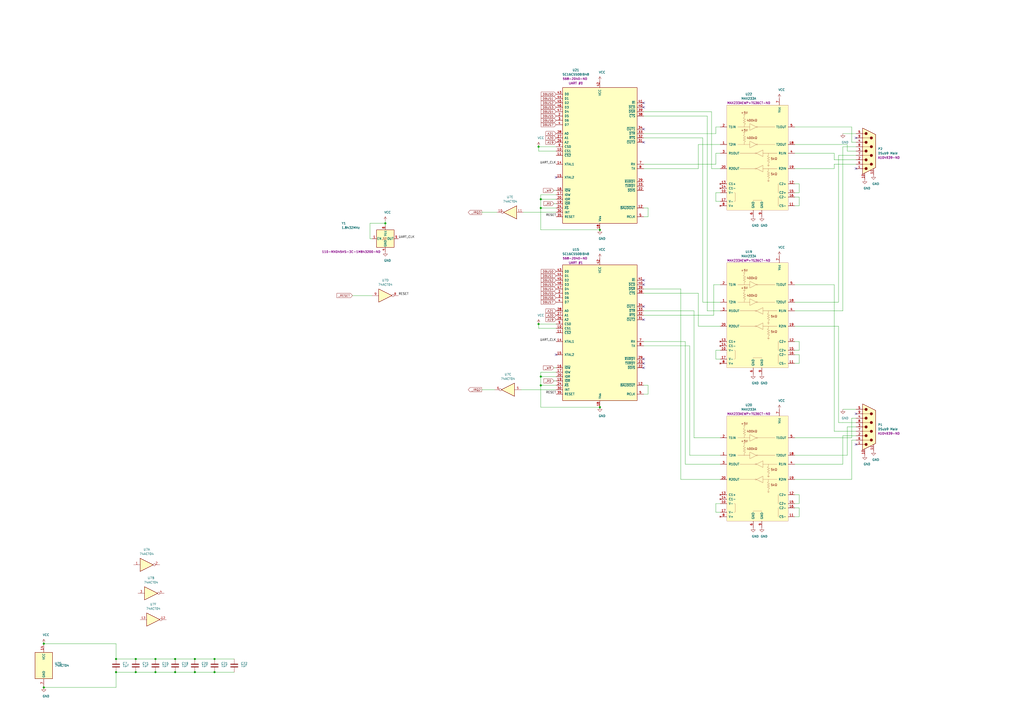
<source format=kicad_sch>
(kicad_sch (version 20200827) (generator eeschema)
  (page 2 2)
  (paper "A2")
  (title_block (title "UARTs") (date "2020-09-13") (rev "v1.0"))
  (lib_symbols
    (symbol "74xx:74HCT04"
      (property "Reference" "U" (at 0 1.27 0))
      (property "Value" "74HCT04" (at 0 -1.27 0))
      (symbol "74HCT04_7_1"
        (rectangle (start -5.08 7.62) (end 5.08 -7.62) (stroke (width 0.254)) (fill (type background)))
      )
      (symbol "74HCT04_1_0"
        (polyline (pts (xy -3.81 3.81) (xy -3.81 -3.81) (xy 3.81 0) (xy -3.81 3.81)) (stroke (width 0.254)) (fill (type background)))
        (pin input line (at -7.62 0 0) (length 3.81) (name "~") (number "1"))
        (pin output inverted (at 7.62 0 180) (length 3.81) (name "~") (number "2"))
      )
      (symbol "74HCT04_2_0"
        (polyline (pts (xy -3.81 3.81) (xy -3.81 -3.81) (xy 3.81 0) (xy -3.81 3.81)) (stroke (width 0.254)) (fill (type background)))
        (pin input line (at -7.62 0 0) (length 3.81) (name "~") (number "3"))
        (pin output inverted (at 7.62 0 180) (length 3.81) (name "~") (number "4"))
      )
      (symbol "74HCT04_3_0"
        (polyline (pts (xy -3.81 3.81) (xy -3.81 -3.81) (xy 3.81 0) (xy -3.81 3.81)) (stroke (width 0.254)) (fill (type background)))
        (pin input line (at -7.62 0 0) (length 3.81) (name "~") (number "5"))
        (pin output inverted (at 7.62 0 180) (length 3.81) (name "~") (number "6"))
      )
      (symbol "74HCT04_4_0"
        (polyline (pts (xy -3.81 3.81) (xy -3.81 -3.81) (xy 3.81 0) (xy -3.81 3.81)) (stroke (width 0.254)) (fill (type background)))
        (pin output inverted (at 7.62 0 180) (length 3.81) (name "~") (number "8"))
        (pin input line (at -7.62 0 0) (length 3.81) (name "~") (number "9"))
      )
      (symbol "74HCT04_5_0"
        (polyline (pts (xy -3.81 3.81) (xy -3.81 -3.81) (xy 3.81 0) (xy -3.81 3.81)) (stroke (width 0.254)) (fill (type background)))
        (pin output inverted (at 7.62 0 180) (length 3.81) (name "~") (number "10"))
        (pin input line (at -7.62 0 0) (length 3.81) (name "~") (number "11"))
      )
      (symbol "74HCT04_6_0"
        (polyline (pts (xy -3.81 3.81) (xy -3.81 -3.81) (xy 3.81 0) (xy -3.81 3.81)) (stroke (width 0.254)) (fill (type background)))
        (pin output inverted (at 7.62 0 180) (length 3.81) (name "~") (number "12"))
        (pin input line (at -7.62 0 0) (length 3.81) (name "~") (number "13"))
      )
      (symbol "74HCT04_7_0"
        (pin power_in line (at 0 12.7 270) (length 5.08) (name "VCC") (number "14"))
        (pin power_in line (at 0 -12.7 90) (length 5.08) (name "GND") (number "7"))
      )
    )
    (symbol "Components:DB9_Male_2_MountingHoles" (pin_names (offset 1.016) hide)
      (property "Reference" "J" (at 0 16.51 0))
      (property "Value" "DB9_Male_2_MountingHoles" (at 0 14.605 0))
      (symbol "DB9_Male_2_MountingHoles_0_1"
        (circle (center -1.778 -10.16) (radius 0.762) (fill (type outline)))
        (circle (center -1.778 -5.08) (radius 0.762) (fill (type outline)))
        (circle (center -1.778 0) (radius 0.762) (fill (type outline)))
        (circle (center -1.778 5.08) (radius 0.762) (fill (type outline)))
        (circle (center -1.778 10.16) (radius 0.762) (fill (type outline)))
        (circle (center 1.27 -7.62) (radius 0.762) (fill (type outline)))
        (circle (center 1.27 -2.54) (radius 0.762) (fill (type outline)))
        (circle (center 1.27 2.54) (radius 0.762) (fill (type outline)))
        (circle (center 1.27 7.62) (radius 0.762) (fill (type outline)))
        (polyline (pts (xy -3.81 -10.16) (xy -2.54 -10.16)))
        (polyline (pts (xy -3.81 -7.62) (xy 0.508 -7.62)))
        (polyline (pts (xy -3.81 -5.08) (xy -2.54 -5.08)))
        (polyline (pts (xy -3.81 -2.54) (xy 0.508 -2.54)))
        (polyline (pts (xy -3.81 0) (xy -2.54 0)))
        (polyline (pts (xy -3.81 2.54) (xy 0.508 2.54)))
        (polyline (pts (xy -3.81 5.08) (xy -2.54 5.08)))
        (polyline (pts (xy -3.81 7.62) (xy 0.508 7.62)))
        (polyline (pts (xy -3.81 10.16) (xy -2.54 10.16)))
        (polyline (pts (xy -3.81 -13.335) (xy -3.81 13.335) (xy 3.81 9.525) (xy 3.81 -9.525) (xy -3.81 -13.335)) (stroke (width 0.254)) (fill (type background)))
      )
      (symbol "DB9_Male_2_MountingHoles_1_1"
        (pin passive line (at -2.54 -16.51 90) (length 3.81) (name "PAD") (number "10"))
        (pin passive line (at -7.62 -10.16 0) (length 3.81) (name "1") (number "1"))
        (pin passive line (at -7.62 -5.08 0) (length 3.81) (name "2") (number "2"))
        (pin passive line (at -7.62 0 0) (length 3.81) (name "3") (number "3"))
        (pin passive line (at -7.62 5.08 0) (length 3.81) (name "4") (number "4"))
        (pin passive line (at -7.62 10.16 0) (length 3.81) (name "5") (number "5"))
        (pin passive line (at -7.62 -7.62 0) (length 3.81) (name "6") (number "6"))
        (pin passive line (at -7.62 -2.54 0) (length 3.81) (name "7") (number "7"))
        (pin passive line (at -7.62 2.54 0) (length 3.81) (name "8") (number "8"))
        (pin passive line (at -7.62 7.62 0) (length 3.81) (name "9") (number "9"))
        (pin passive line (at 2.54 -13.97 90) (length 3.81) (name "PAD") (number "11"))
      )
    )
    (symbol "Components:MAX233A" (pin_names (offset 1.016))
      (property "Reference" "U" (at -17.78 31.75 0))
      (property "Value" "MAX233A" (at -17.78 34.29 0))
      (property "Digikey" "MAX233AEWP+TG36CT-ND" (at -17.78 29.21 0))
      (symbol "MAX233A_0_0"
        (circle (center -0.32 17.792) (radius 0.318) (stroke (width 0.0006)))
        (circle (center -0.32 7.632) (radius 0.318) (stroke (width 0.0006)))
        (circle (center -0.95 2.528) (radius 0.318) (stroke (width 0.0006)))
        (circle (center -0.95 -6.362) (radius 0.318) (stroke (width 0.0006)))
        (text "+5V" (at -7.62 26.035 0) (effects (font (size 1.27 1.27))))
        (text "+5V" (at -7.62 15.875 0) (effects (font (size 1.27 1.27))))
        (text "400kΩ" (at -6.35 21.59 0) (effects (font (size 1.27 1.27)) (justify left)))
        (text "400kΩ" (at -6.35 11.43 0) (effects (font (size 1.27 1.27)) (justify left)))
        (text "5kΩ" (at 7.62 -0.635 0) (effects (font (size 1.27 1.27)) (justify left)))
        (text "5kΩ" (at 7.62 -9.525 0) (effects (font (size 1.27 1.27)) (justify left)))
        (polyline (pts (xy -4.445 19.685) (xy -4.445 15.875) (xy -0.635 17.78) (xy -4.445 19.685)) (stroke (width 0.0006)))
        (polyline (pts (xy 0 17.78) (xy 10.16 17.78)) (stroke (width 0.0006)))
        (polyline (pts (xy -4.445 9.525) (xy -4.445 5.715) (xy -0.635 7.62) (xy -4.445 9.525)) (stroke (width 0.0006)))
        (polyline (pts (xy 0 7.62) (xy 10.16 7.62)) (stroke (width 0.0006)))
        (polyline (pts (xy 3.175 0.635) (xy 3.175 4.445) (xy -0.635 2.54) (xy 3.175 0.635)) (stroke (width 0.0006)))
        (polyline (pts (xy -1.27 2.54) (xy -10.16 2.54)) (stroke (width 0.0006)))
        (polyline (pts (xy 5.969 -4.826) (xy 6.731 -4.826)) (stroke (width 0.0006)))
        (polyline (pts (xy 6.35 -5.334) (xy 6.35 -5.334)) (stroke (width 0.0006)))
        (polyline (pts (xy 6.223 -5.207) (xy 6.477 -5.207)) (stroke (width 0.0006)))
        (polyline (pts (xy 3.175 -8.255) (xy 3.175 -4.445) (xy -0.635 -6.35) (xy 3.175 -8.255)) (stroke (width 0.0006)))
        (polyline (pts (xy -1.27 -6.35) (xy -10.16 -6.35)) (stroke (width 0.0006)))
        (polyline (pts (xy 5.969 -13.716) (xy 6.731 -13.716)) (stroke (width 0.0006)))
        (polyline (pts (xy 6.35 -14.224) (xy 6.35 -14.224)) (stroke (width 0.0006)))
        (polyline (pts (xy 6.223 -14.097) (xy 6.477 -14.097)) (stroke (width 0.0006)))
        (polyline (pts (xy -13.462 -20.32) (xy -13.208 -20.32) (xy -12.954 -20.574) (xy -12.954 -25.146) (xy -13.208 -25.4) (xy -13.462 -25.4)) (stroke (width 0.0006)))
        (polyline (pts (xy 12.446 -20.32) (xy 12.192 -20.32) (xy 11.938 -20.066) (xy 11.938 -15.494) (xy 12.192 -15.24) (xy 12.446 -15.24)) (stroke (width 0.0006)))
        (polyline (pts (xy 12.446 -27.94) (xy 12.192 -27.94) (xy 11.938 -27.686) (xy 11.938 -23.114) (xy 12.192 -22.86) (xy 12.446 -22.86)) (stroke (width 0.0006)))
        (polyline (pts (xy -2.54 -25.146) (xy -2.54 -24.892) (xy -2.286 -24.638) (xy 2.286 -24.638) (xy 2.54 -24.892) (xy 2.54 -25.146)) (stroke (width 0.0006)))
      )
      (symbol "MAX233A_0_1"
        (rectangle (start -17.78 30.48) (end 17.78 -30.48) (stroke (width 0.001)) (fill (type background)))
        (polyline (pts (xy -11.43 17.78) (xy -7.62 17.78) (xy -4.445 17.78)) (stroke (width 0.0006)))
        (polyline (pts (xy -7.62 19.05) (xy -7.62 17.78)) (stroke (width 0.0006)))
        (polyline (pts (xy -7.62 19.05) (xy -6.985 19.685) (xy -8.255 20.32) (xy -6.985 20.955) (xy -8.255 21.59) (xy -6.985 22.225) (xy -8.255 22.86) (xy -7.62 23.495) (xy -7.62 24.765)) (stroke (width 0.0006)))
        (polyline (pts (xy -8.255 24.765) (xy -6.985 24.765)) (stroke (width 0.0006)))
        (polyline (pts (xy -11.43 7.62) (xy -7.62 7.62) (xy -4.445 7.62)) (stroke (width 0.0006)))
        (polyline (pts (xy -7.62 8.89) (xy -7.62 7.62)) (stroke (width 0.0006)))
        (polyline (pts (xy -7.62 8.89) (xy -6.985 9.525) (xy -8.255 10.16) (xy -6.985 10.795) (xy -8.255 11.43) (xy -6.985 12.065) (xy -8.255 12.7) (xy -7.62 13.335) (xy -7.62 14.605)) (stroke (width 0.0006)))
        (polyline (pts (xy -8.255 14.605) (xy -6.985 14.605)) (stroke (width 0.0006)))
        (polyline (pts (xy 11.43 2.54) (xy 6.35 2.54) (xy 3.175 2.54)) (stroke (width 0.0006)))
        (polyline (pts (xy 6.35 1.27) (xy 6.35 2.54)) (stroke (width 0.0006)))
        (polyline (pts (xy 6.35 1.27) (xy 5.715 0.635) (xy 6.985 0) (xy 5.715 -0.635) (xy 6.985 -1.27) (xy 5.715 -1.905) (xy 6.985 -2.54) (xy 6.35 -3.175) (xy 6.35 -4.445)) (stroke (width 0.0006)))
        (polyline (pts (xy 6.985 -4.445) (xy 5.715 -4.445)) (stroke (width 0.0006)))
        (polyline (pts (xy 11.43 -6.35) (xy 6.35 -6.35) (xy 3.175 -6.35)) (stroke (width 0.0006)))
        (polyline (pts (xy 6.35 -7.62) (xy 6.35 -6.35)) (stroke (width 0.0006)))
        (polyline (pts (xy 6.35 -7.62) (xy 5.715 -8.255) (xy 6.985 -8.89) (xy 5.715 -9.525) (xy 6.985 -10.16) (xy 5.715 -10.795) (xy 6.985 -11.43) (xy 6.35 -12.065) (xy 6.35 -13.335)) (stroke (width 0.0006)))
        (polyline (pts (xy 6.985 -13.335) (xy 5.715 -13.335)) (stroke (width 0.0006)))
      )
      (symbol "MAX233A_1_1"
        (pin input line (at -21.59 17.78 0) (length 3.81) (name "T1IN") (number "2"))
        (pin output line (at 21.59 17.78 180) (length 3.81) (name "T1OUT") (number "5"))
        (pin input line (at -21.59 7.62 0) (length 3.81) (name "T2IN") (number "1"))
        (pin output line (at 21.59 7.62 180) (length 3.81) (name "T2OUT") (number "18"))
        (pin input line (at 21.59 2.54 180) (length 3.81) (name "R1IN") (number "4"))
        (pin input line (at 21.59 -6.35 180) (length 3.81) (name "R2IN") (number "19"))
        (pin output line (at -21.59 2.54 0) (length 3.81) (name "R1OUT") (number "3"))
        (pin output line (at -21.59 -6.35 0) (length 3.81) (name "R2OUT") (number "20"))
        (pin unconnected line (at -21.59 -15.24 0) (length 3.81) (name "C1+") (number "13"))
        (pin unconnected line (at -21.59 -17.78 0) (length 3.81) (name "C1-") (number "14"))
        (pin passive line (at -21.59 -20.32 0) (length 3.81) (name "V-") (number "10"))
        (pin passive line (at -21.59 -25.4 0) (length 3.81) (name "V-") (number "17"))
        (pin unconnected line (at -21.59 -27.94 0) (length 3.81) (name "V+") (number "8"))
        (pin passive line (at 21.59 -15.24 180) (length 3.81) (name "C2+") (number "12"))
        (pin passive line (at 21.59 -20.32 180) (length 3.81) (name "C2+") (number "15"))
        (pin passive line (at 21.59 -22.86 180) (length 3.81) (name "C2-") (number "16"))
        (pin passive line (at 21.59 -27.94 180) (length 3.81) (name "CS-") (number "11"))
        (pin power_in line (at 12.7 34.29 270) (length 3.81) (name "Vcc") (number "7"))
        (pin power_in line (at -2.54 -34.29 90) (length 3.81) (name "GND") (number "6"))
        (pin power_in line (at 2.54 -34.29 90) (length 3.81) (name "GND") (number "9"))
      )
    )
    (symbol "Components:MAX233A_1" (pin_names (offset 1.016))
      (property "Reference" "U" (at -17.78 31.75 0))
      (property "Value" "MAX233A" (at -17.78 34.29 0))
      (property "Digikey" "MAX233AEWP+TG36CT-ND" (at -17.78 29.21 0))
      (symbol "MAX233A_1_0_0"
        (circle (center -0.32 17.792) (radius 0.318) (stroke (width 0.0006)))
        (circle (center -0.32 7.632) (radius 0.318) (stroke (width 0.0006)))
        (circle (center -0.95 2.528) (radius 0.318) (stroke (width 0.0006)))
        (circle (center -0.95 -6.362) (radius 0.318) (stroke (width 0.0006)))
        (text "+5V" (at -7.62 26.035 0) (effects (font (size 1.27 1.27))))
        (text "+5V" (at -7.62 15.875 0) (effects (font (size 1.27 1.27))))
        (text "400kΩ" (at -6.35 21.59 0) (effects (font (size 1.27 1.27)) (justify left)))
        (text "400kΩ" (at -6.35 11.43 0) (effects (font (size 1.27 1.27)) (justify left)))
        (text "5kΩ" (at 7.62 -0.635 0) (effects (font (size 1.27 1.27)) (justify left)))
        (text "5kΩ" (at 7.62 -9.525 0) (effects (font (size 1.27 1.27)) (justify left)))
        (polyline (pts (xy -4.445 19.685) (xy -4.445 15.875) (xy -0.635 17.78) (xy -4.445 19.685)) (stroke (width 0.0006)))
        (polyline (pts (xy 0 17.78) (xy 10.16 17.78)) (stroke (width 0.0006)))
        (polyline (pts (xy -4.445 9.525) (xy -4.445 5.715) (xy -0.635 7.62) (xy -4.445 9.525)) (stroke (width 0.0006)))
        (polyline (pts (xy 0 7.62) (xy 10.16 7.62)) (stroke (width 0.0006)))
        (polyline (pts (xy 3.175 0.635) (xy 3.175 4.445) (xy -0.635 2.54) (xy 3.175 0.635)) (stroke (width 0.0006)))
        (polyline (pts (xy -1.27 2.54) (xy -10.16 2.54)) (stroke (width 0.0006)))
        (polyline (pts (xy 5.969 -4.826) (xy 6.731 -4.826)) (stroke (width 0.0006)))
        (polyline (pts (xy 6.35 -5.334) (xy 6.35 -5.334)) (stroke (width 0.0006)))
        (polyline (pts (xy 6.223 -5.207) (xy 6.477 -5.207)) (stroke (width 0.0006)))
        (polyline (pts (xy 3.175 -8.255) (xy 3.175 -4.445) (xy -0.635 -6.35) (xy 3.175 -8.255)) (stroke (width 0.0006)))
        (polyline (pts (xy -1.27 -6.35) (xy -10.16 -6.35)) (stroke (width 0.0006)))
        (polyline (pts (xy 5.969 -13.716) (xy 6.731 -13.716)) (stroke (width 0.0006)))
        (polyline (pts (xy 6.35 -14.224) (xy 6.35 -14.224)) (stroke (width 0.0006)))
        (polyline (pts (xy 6.223 -14.097) (xy 6.477 -14.097)) (stroke (width 0.0006)))
        (polyline (pts (xy -13.462 -20.32) (xy -13.208 -20.32) (xy -12.954 -20.574) (xy -12.954 -25.146) (xy -13.208 -25.4) (xy -13.462 -25.4)) (stroke (width 0.0006)))
        (polyline (pts (xy 12.446 -20.32) (xy 12.192 -20.32) (xy 11.938 -20.066) (xy 11.938 -15.494) (xy 12.192 -15.24) (xy 12.446 -15.24)) (stroke (width 0.0006)))
        (polyline (pts (xy 12.446 -27.94) (xy 12.192 -27.94) (xy 11.938 -27.686) (xy 11.938 -23.114) (xy 12.192 -22.86) (xy 12.446 -22.86)) (stroke (width 0.0006)))
        (polyline (pts (xy -2.54 -25.146) (xy -2.54 -24.892) (xy -2.286 -24.638) (xy 2.286 -24.638) (xy 2.54 -24.892) (xy 2.54 -25.146)) (stroke (width 0.0006)))
      )
      (symbol "MAX233A_1_0_1"
        (rectangle (start -17.78 30.48) (end 17.78 -30.48) (stroke (width 0.001)) (fill (type background)))
        (polyline (pts (xy -11.43 17.78) (xy -7.62 17.78) (xy -4.445 17.78)) (stroke (width 0.0006)))
        (polyline (pts (xy -7.62 19.05) (xy -7.62 17.78)) (stroke (width 0.0006)))
        (polyline (pts (xy -7.62 19.05) (xy -6.985 19.685) (xy -8.255 20.32) (xy -6.985 20.955) (xy -8.255 21.59) (xy -6.985 22.225) (xy -8.255 22.86) (xy -7.62 23.495) (xy -7.62 24.765)) (stroke (width 0.0006)))
        (polyline (pts (xy -8.255 24.765) (xy -6.985 24.765)) (stroke (width 0.0006)))
        (polyline (pts (xy -11.43 7.62) (xy -7.62 7.62) (xy -4.445 7.62)) (stroke (width 0.0006)))
        (polyline (pts (xy -7.62 8.89) (xy -7.62 7.62)) (stroke (width 0.0006)))
        (polyline (pts (xy -7.62 8.89) (xy -6.985 9.525) (xy -8.255 10.16) (xy -6.985 10.795) (xy -8.255 11.43) (xy -6.985 12.065) (xy -8.255 12.7) (xy -7.62 13.335) (xy -7.62 14.605)) (stroke (width 0.0006)))
        (polyline (pts (xy -8.255 14.605) (xy -6.985 14.605)) (stroke (width 0.0006)))
        (polyline (pts (xy 11.43 2.54) (xy 6.35 2.54) (xy 3.175 2.54)) (stroke (width 0.0006)))
        (polyline (pts (xy 6.35 1.27) (xy 6.35 2.54)) (stroke (width 0.0006)))
        (polyline (pts (xy 6.35 1.27) (xy 5.715 0.635) (xy 6.985 0) (xy 5.715 -0.635) (xy 6.985 -1.27) (xy 5.715 -1.905) (xy 6.985 -2.54) (xy 6.35 -3.175) (xy 6.35 -4.445)) (stroke (width 0.0006)))
        (polyline (pts (xy 6.985 -4.445) (xy 5.715 -4.445)) (stroke (width 0.0006)))
        (polyline (pts (xy 11.43 -6.35) (xy 6.35 -6.35) (xy 3.175 -6.35)) (stroke (width 0.0006)))
        (polyline (pts (xy 6.35 -7.62) (xy 6.35 -6.35)) (stroke (width 0.0006)))
        (polyline (pts (xy 6.35 -7.62) (xy 5.715 -8.255) (xy 6.985 -8.89) (xy 5.715 -9.525) (xy 6.985 -10.16) (xy 5.715 -10.795) (xy 6.985 -11.43) (xy 6.35 -12.065) (xy 6.35 -13.335)) (stroke (width 0.0006)))
        (polyline (pts (xy 6.985 -13.335) (xy 5.715 -13.335)) (stroke (width 0.0006)))
      )
      (symbol "MAX233A_1_1_1"
        (pin input line (at -21.59 17.78 0) (length 3.81) (name "T1IN") (number "2"))
        (pin output line (at 21.59 17.78 180) (length 3.81) (name "T1OUT") (number "5"))
        (pin input line (at -21.59 7.62 0) (length 3.81) (name "T2IN") (number "1"))
        (pin output line (at 21.59 7.62 180) (length 3.81) (name "T2OUT") (number "18"))
        (pin input line (at 21.59 2.54 180) (length 3.81) (name "R1IN") (number "4"))
        (pin input line (at 21.59 -6.35 180) (length 3.81) (name "R2IN") (number "19"))
        (pin output line (at -21.59 2.54 0) (length 3.81) (name "R1OUT") (number "3"))
        (pin output line (at -21.59 -6.35 0) (length 3.81) (name "R2OUT") (number "20"))
        (pin unconnected line (at -21.59 -15.24 0) (length 3.81) (name "C1+") (number "13"))
        (pin unconnected line (at -21.59 -17.78 0) (length 3.81) (name "C1-") (number "14"))
        (pin passive line (at -21.59 -20.32 0) (length 3.81) (name "V-") (number "10"))
        (pin passive line (at -21.59 -25.4 0) (length 3.81) (name "V-") (number "17"))
        (pin unconnected line (at -21.59 -27.94 0) (length 3.81) (name "V+") (number "8"))
        (pin passive line (at 21.59 -15.24 180) (length 3.81) (name "C2+") (number "12"))
        (pin passive line (at 21.59 -20.32 180) (length 3.81) (name "C2+") (number "15"))
        (pin passive line (at 21.59 -22.86 180) (length 3.81) (name "C2-") (number "16"))
        (pin passive line (at 21.59 -27.94 180) (length 3.81) (name "CS-") (number "11"))
        (pin power_in line (at 12.7 34.29 270) (length 3.81) (name "Vcc") (number "7"))
        (pin power_in line (at -2.54 -34.29 90) (length 3.81) (name "GND") (number "6"))
        (pin power_in line (at 2.54 -34.29 90) (length 3.81) (name "GND") (number "9"))
      )
    )
    (symbol "Components:SC16C550BIB48" (pin_names (offset 1.016))
      (property "Reference" "U" (at -21.59 40.64 0))
      (property "Value" "SC16C550BIB48" (at 15.24 40.64 0))
      (property "Digikey" "568-2040-ND " (at 0 2.54 0))
      (symbol "SC16C550BIB48_0_1"
        (rectangle (start -21.59 -39.37) (end 21.59 39.37) (stroke (width 0.254)) (fill (type background)))
      )
      (symbol "SC16C550BIB48_1_1"
        (pin bidirectional line (at -25.4 35.56 0) (length 3.81) (name "D0") (number "43"))
        (pin input line (at 25.4 -5.08 180) (length 3.81) (name "RX") (number "7"))
        (pin output line (at 25.4 -7.62 180) (length 3.81) (name "TX") (number "8"))
        (pin input line (at -25.4 5.08 0) (length 3.81) (name "CS0") (number "9"))
        (pin input line (at -25.4 2.54 0) (length 3.81) (name "CS1") (number "10"))
        (pin input line (at -25.4 0 0) (length 3.81) (name "~CS2~") (number "11"))
        (pin output line (at 25.4 -30.48 180) (length 3.81) (name "~BAUDOUT~") (number "12"))
        (pin input line (at -25.4 -5.08 0) (length 3.81) (name "XTAL1") (number "14"))
        (pin output line (at -25.4 -12.7 0) (length 3.81) (name "XTAL2") (number "15"))
        (pin input line (at -25.4 -20.32 0) (length 3.81) (name "~IOW~") (number "16"))
        (pin input line (at -25.4 -22.86 0) (length 3.81) (name "IOW") (number "17"))
        (pin bidirectional line (at -25.4 33.02 0) (length 3.81) (name "D1") (number "44"))
        (pin power_in line (at 0 -43.18 90) (length 3.81) (name "Vss") (number "18"))
        (pin input line (at -25.4 -27.94 0) (length 3.81) (name "~IOR~") (number "19"))
        (pin input line (at -25.4 -25.4 0) (length 3.81) (name "IOR") (number "20"))
        (pin output line (at 25.4 -20.32 180) (length 3.81) (name "~DDIS~") (number "22"))
        (pin output line (at 25.4 -17.78 180) (length 3.81) (name "~TXRDY~") (number "23"))
        (pin input line (at -25.4 -30.48 0) (length 3.81) (name "~AS~") (number "24"))
        (pin input line (at -25.4 7.62 0) (length 3.81) (name "A2") (number "26"))
        (pin input line (at -25.4 10.16 0) (length 3.81) (name "A1") (number "27"))
        (pin input line (at -25.4 12.7 0) (length 3.81) (name "A0") (number "28"))
        (pin output line (at 25.4 -15.24 180) (length 3.81) (name "~RXRDY~") (number "29"))
        (pin bidirectional line (at -25.4 30.48 0) (length 3.81) (name "D2") (number "45"))
        (pin output line (at -25.4 -33.02 0) (length 3.81) (name "INT") (number "30"))
        (pin output line (at 25.4 7.62 180) (length 3.81) (name "~OUT2~") (number "31"))
        (pin output line (at 25.4 10.16 180) (length 3.81) (name "~RTS~") (number "32"))
        (pin output line (at 25.4 12.7 180) (length 3.81) (name "~DTR~") (number "33"))
        (pin output line (at 25.4 15.24 180) (length 3.81) (name "~OUT1~") (number "34"))
        (pin input line (at -25.4 -35.56 0) (length 3.81) (name "RESET") (number "35"))
        (pin input line (at 25.4 22.86 180) (length 3.81) (name "~CTS~") (number "38"))
        (pin input line (at 25.4 25.4 180) (length 3.81) (name "~DSR~") (number "39"))
        (pin input line (at 25.4 27.94 180) (length 3.81) (name "~DCD~") (number "40"))
        (pin input line (at 25.4 30.48 180) (length 3.81) (name "~RI~") (number "41"))
        (pin bidirectional line (at -25.4 27.94 0) (length 3.81) (name "D3") (number "46"))
        (pin power_in line (at 0 43.18 270) (length 3.81) (name "VCC") (number "42"))
        (pin bidirectional line (at -25.4 25.4 0) (length 3.81) (name "D4") (number "47"))
        (pin bidirectional line (at -25.4 22.86 0) (length 3.81) (name "D5") (number "2"))
        (pin bidirectional line (at -25.4 20.32 0) (length 3.81) (name "D6") (number "3"))
        (pin bidirectional line (at -25.4 17.78 0) (length 3.81) (name "D7") (number "4"))
        (pin input line (at 25.4 -35.56 180) (length 3.81) (name "RCLK") (number "5"))
      )
    )
    (symbol "Device:C" (pin_numbers hide) (pin_names (offset 0.254))
      (property "Reference" "C" (at 0.635 2.54 0))
      (property "Value" "C" (at 0.635 -2.54 0))
      (symbol "C_0_1"
        (polyline (pts (xy -2.032 -0.762) (xy 2.032 -0.762)) (stroke (width 0.508)))
        (polyline (pts (xy -2.032 0.762) (xy 2.032 0.762)) (stroke (width 0.508)))
      )
      (symbol "C_1_1"
        (pin passive line (at 0 3.81 270) (length 2.794) (name "~") (number "1"))
        (pin passive line (at 0 -3.81 90) (length 2.794) (name "~") (number "2"))
      )
    )
    (symbol "Oscillator:CXO_DIP8" (pin_names (offset 0.254))
      (property "Reference" "X" (at -5.08 6.35 0))
      (property "Value" "CXO_DIP8" (at 1.27 -6.35 0))
      (symbol "CXO_DIP8_0_1"
        (rectangle (start -5.08 5.08) (end 5.08 -5.08) (stroke (width 0.254)) (fill (type background)))
        (polyline (pts (xy -1.905 -0.635) (xy -1.27 -0.635) (xy -1.27 0.635) (xy -0.635 0.635) (xy -0.635 -0.635) (xy 0 -0.635) (xy 0 0.635) (xy 0.635 0.635) (xy 0.635 -0.635)))
      )
      (symbol "CXO_DIP8_1_1"
        (pin input line (at -7.62 0 0) (length 2.54) (name "EN") (number "1"))
        (pin power_in line (at 0 -7.62 90) (length 2.54) (name "GND") (number "4"))
        (pin output line (at 7.62 0 180) (length 2.54) (name "OUT") (number "5"))
        (pin power_in line (at 0 7.62 270) (length 2.54) (name "Vcc") (number "8"))
      )
    )
    (symbol "power:GND" (power) (pin_names (offset 0))
      (property "Value" "GND" (at 0 -3.81 0))
      (symbol "GND_0_1"
        (polyline (pts (xy 0 0) (xy 0 -1.27) (xy 1.27 -1.27) (xy 0 -2.54) (xy -1.27 -1.27) (xy 0 -1.27)))
      )
      (symbol "GND_1_1"
        (pin power_in line (at 0 0 270) (length 0) hide (name "GND") (number "1"))
      )
    )
    (symbol "power:VCC" (power) (pin_names (offset 0))
      (property "Value" "VCC" (at 0 3.81 0))
      (symbol "VCC_0_1"
        (polyline (pts (xy -0.762 1.27) (xy 0 2.54)))
        (polyline (pts (xy 0 0) (xy 0 2.54)))
        (polyline (pts (xy 0 2.54) (xy 0.762 1.27)))
      )
      (symbol "VCC_1_1"
        (pin power_in line (at 0 0 90) (length 0) hide (name "VCC") (number "1"))
      )
    )
  )
  (junction (at 25.4 373.38) (diameter 1.016))
  (junction (at 25.4 398.78) (diameter 1.016))
  (junction (at 67.31 382.27) (diameter 1.016))
  (junction (at 67.31 389.89) (diameter 1.016))
  (junction (at 78.74 382.27) (diameter 1.016))
  (junction (at 78.74 389.89) (diameter 1.016))
  (junction (at 90.17 382.27) (diameter 1.016))
  (junction (at 90.17 389.89) (diameter 1.016))
  (junction (at 101.6 382.27) (diameter 1.016))
  (junction (at 101.6 389.89) (diameter 1.016))
  (junction (at 113.03 382.27) (diameter 1.016))
  (junction (at 113.03 389.89) (diameter 1.016))
  (junction (at 124.46 382.27) (diameter 1.016))
  (junction (at 124.46 389.89) (diameter 1.016))
  (junction (at 223.52 129.54) (diameter 1.016))
  (junction (at 312.42 85.09) (diameter 1.016))
  (junction (at 312.42 187.96) (diameter 1.016))
  (junction (at 313.69 115.57) (diameter 1.016))
  (junction (at 313.69 120.65) (diameter 1.016))
  (junction (at 313.69 218.44) (diameter 1.016))
  (junction (at 313.69 223.52) (diameter 1.016))
  (junction (at 347.98 133.35) (diameter 1.016))
  (junction (at 347.98 236.22) (diameter 1.016))
  (no_connect (at 373.38 82.55))
  (no_connect (at 373.38 74.93))
  (no_connect (at 496.57 240.03))
  (no_connect (at 322.58 205.74))
  (no_connect (at 373.38 162.56))
  (no_connect (at 373.38 165.1))
  (no_connect (at 373.38 177.8))
  (no_connect (at 373.38 185.42))
  (no_connect (at 373.38 208.28))
  (no_connect (at 373.38 210.82))
  (no_connect (at 373.38 213.36))
  (no_connect (at 496.57 97.79))
  (no_connect (at 322.58 102.87))
  (no_connect (at 496.57 80.01))
  (no_connect (at 373.38 59.69))
  (no_connect (at 496.57 257.81))
  (no_connect (at 373.38 62.23))
  (wire (pts (xy 25.4 373.38) (xy 67.31 373.38)))
  (wire (pts (xy 25.4 398.78) (xy 67.31 398.78)))
  (wire (pts (xy 67.31 373.38) (xy 67.31 382.27)))
  (wire (pts (xy 67.31 382.27) (xy 78.74 382.27)))
  (wire (pts (xy 67.31 389.89) (xy 67.31 398.78)))
  (wire (pts (xy 67.31 389.89) (xy 78.74 389.89)))
  (wire (pts (xy 78.74 382.27) (xy 90.17 382.27)))
  (wire (pts (xy 78.74 389.89) (xy 90.17 389.89)))
  (wire (pts (xy 90.17 382.27) (xy 101.6 382.27)))
  (wire (pts (xy 90.17 389.89) (xy 101.6 389.89)))
  (wire (pts (xy 101.6 382.27) (xy 113.03 382.27)))
  (wire (pts (xy 101.6 389.89) (xy 113.03 389.89)))
  (wire (pts (xy 113.03 382.27) (xy 124.46 382.27)))
  (wire (pts (xy 113.03 389.89) (xy 124.46 389.89)))
  (wire (pts (xy 124.46 382.27) (xy 135.89 382.27)))
  (wire (pts (xy 124.46 389.89) (xy 135.89 389.89)))
  (wire (pts (xy 204.47 171.45) (xy 215.9 171.45)))
  (wire (pts (xy 214.63 129.54) (xy 214.63 138.43)))
  (wire (pts (xy 214.63 138.43) (xy 215.9 138.43)))
  (wire (pts (xy 223.52 128.27) (xy 223.52 129.54)))
  (wire (pts (xy 223.52 129.54) (xy 214.63 129.54)))
  (wire (pts (xy 223.52 129.54) (xy 223.52 130.81)))
  (wire (pts (xy 279.4 123.19) (xy 288.29 123.19)))
  (wire (pts (xy 279.4 226.06) (xy 287.02 226.06)))
  (wire (pts (xy 302.26 226.06) (xy 322.58 226.06)))
  (wire (pts (xy 303.53 123.19) (xy 322.58 123.19)))
  (wire (pts (xy 312.42 85.09) (xy 312.42 87.63)))
  (wire (pts (xy 312.42 87.63) (xy 322.58 87.63)))
  (wire (pts (xy 312.42 187.96) (xy 312.42 190.5)))
  (wire (pts (xy 312.42 190.5) (xy 322.58 190.5)))
  (wire (pts (xy 313.69 113.03) (xy 313.69 115.57)))
  (wire (pts (xy 313.69 113.03) (xy 322.58 113.03)))
  (wire (pts (xy 313.69 115.57) (xy 313.69 120.65)))
  (wire (pts (xy 313.69 115.57) (xy 322.58 115.57)))
  (wire (pts (xy 313.69 120.65) (xy 313.69 133.35)))
  (wire (pts (xy 313.69 120.65) (xy 322.58 120.65)))
  (wire (pts (xy 313.69 133.35) (xy 347.98 133.35)))
  (wire (pts (xy 313.69 215.9) (xy 313.69 218.44)))
  (wire (pts (xy 313.69 215.9) (xy 322.58 215.9)))
  (wire (pts (xy 313.69 218.44) (xy 313.69 223.52)))
  (wire (pts (xy 313.69 218.44) (xy 322.58 218.44)))
  (wire (pts (xy 313.69 223.52) (xy 313.69 236.22)))
  (wire (pts (xy 313.69 223.52) (xy 322.58 223.52)))
  (wire (pts (xy 313.69 236.22) (xy 347.98 236.22)))
  (wire (pts (xy 321.31 110.49) (xy 322.58 110.49)))
  (wire (pts (xy 321.31 118.11) (xy 322.58 118.11)))
  (wire (pts (xy 321.31 213.36) (xy 322.58 213.36)))
  (wire (pts (xy 321.31 220.98) (xy 322.58 220.98)))
  (wire (pts (xy 322.58 85.09) (xy 312.42 85.09)))
  (wire (pts (xy 322.58 187.96) (xy 312.42 187.96)))
  (wire (pts (xy 373.38 64.77) (xy 412.75 64.77)))
  (wire (pts (xy 373.38 77.47) (xy 415.29 77.47)))
  (wire (pts (xy 373.38 80.01) (xy 407.67 80.01)))
  (wire (pts (xy 373.38 95.25) (xy 415.29 95.25)))
  (wire (pts (xy 373.38 97.79) (xy 405.13 97.79)))
  (wire (pts (xy 373.38 120.65) (xy 375.92 120.65)))
  (wire (pts (xy 373.38 125.73) (xy 375.92 125.73)))
  (wire (pts (xy 373.38 198.12) (xy 397.51 198.12)))
  (wire (pts (xy 373.38 223.52) (xy 375.92 223.52)))
  (wire (pts (xy 375.92 120.65) (xy 375.92 125.73)))
  (wire (pts (xy 375.92 223.52) (xy 375.92 228.6)))
  (wire (pts (xy 375.92 228.6) (xy 373.38 228.6)))
  (wire (pts (xy 394.97 167.64) (xy 373.38 167.64)))
  (wire (pts (xy 394.97 278.13) (xy 394.97 167.64)))
  (wire (pts (xy 397.51 269.24) (xy 397.51 198.12)))
  (wire (pts (xy 400.05 200.66) (xy 373.38 200.66)))
  (wire (pts (xy 400.05 264.16) (xy 400.05 200.66)))
  (wire (pts (xy 402.59 180.34) (xy 373.38 180.34)))
  (wire (pts (xy 402.59 254) (xy 402.59 180.34)))
  (wire (pts (xy 405.13 83.82) (xy 405.13 97.79)))
  (wire (pts (xy 405.13 83.82) (xy 417.83 83.82)))
  (wire (pts (xy 405.13 170.18) (xy 373.38 170.18)))
  (wire (pts (xy 405.13 189.23) (xy 405.13 170.18)))
  (wire (pts (xy 407.67 80.01) (xy 407.67 175.26)))
  (wire (pts (xy 407.67 175.26) (xy 417.83 175.26)))
  (wire (pts (xy 410.21 67.31) (xy 373.38 67.31)))
  (wire (pts (xy 410.21 180.34) (xy 410.21 67.31)))
  (wire (pts (xy 412.75 64.77) (xy 412.75 97.79)))
  (wire (pts (xy 412.75 97.79) (xy 417.83 97.79)))
  (wire (pts (xy 414.02 165.1) (xy 414.02 182.88)))
  (wire (pts (xy 414.02 182.88) (xy 373.38 182.88)))
  (wire (pts (xy 415.29 73.66) (xy 415.29 77.47)))
  (wire (pts (xy 415.29 73.66) (xy 417.83 73.66)))
  (wire (pts (xy 415.29 88.9) (xy 415.29 95.25)))
  (wire (pts (xy 415.29 111.76) (xy 415.29 116.84)))
  (wire (pts (xy 415.29 116.84) (xy 417.83 116.84)))
  (wire (pts (xy 415.29 203.2) (xy 415.29 208.28)))
  (wire (pts (xy 415.29 208.28) (xy 417.83 208.28)))
  (wire (pts (xy 415.29 292.1) (xy 415.29 297.18)))
  (wire (pts (xy 415.29 297.18) (xy 417.83 297.18)))
  (wire (pts (xy 417.83 88.9) (xy 415.29 88.9)))
  (wire (pts (xy 417.83 111.76) (xy 415.29 111.76)))
  (wire (pts (xy 417.83 165.1) (xy 414.02 165.1)))
  (wire (pts (xy 417.83 180.34) (xy 410.21 180.34)))
  (wire (pts (xy 417.83 189.23) (xy 405.13 189.23)))
  (wire (pts (xy 417.83 203.2) (xy 415.29 203.2)))
  (wire (pts (xy 417.83 254) (xy 402.59 254)))
  (wire (pts (xy 417.83 264.16) (xy 400.05 264.16)))
  (wire (pts (xy 417.83 269.24) (xy 397.51 269.24)))
  (wire (pts (xy 417.83 278.13) (xy 394.97 278.13)))
  (wire (pts (xy 417.83 292.1) (xy 415.29 292.1)))
  (wire (pts (xy 461.01 73.66) (xy 494.03 73.66)))
  (wire (pts (xy 461.01 83.82) (xy 491.49 83.82)))
  (wire (pts (xy 461.01 88.9) (xy 483.87 88.9)))
  (wire (pts (xy 461.01 97.79) (xy 483.87 97.79)))
  (wire (pts (xy 461.01 106.68) (xy 463.55 106.68)))
  (wire (pts (xy 461.01 111.76) (xy 463.55 111.76)))
  (wire (pts (xy 461.01 114.3) (xy 463.55 114.3)))
  (wire (pts (xy 461.01 119.38) (xy 463.55 119.38)))
  (wire (pts (xy 461.01 165.1) (xy 483.87 165.1)))
  (wire (pts (xy 461.01 175.26) (xy 486.41 175.26)))
  (wire (pts (xy 461.01 198.12) (xy 463.55 198.12)))
  (wire (pts (xy 461.01 205.74) (xy 463.55 205.74)))
  (wire (pts (xy 461.01 264.16) (xy 491.49 264.16)))
  (wire (pts (xy 461.01 269.24) (xy 488.95 269.24)))
  (wire (pts (xy 461.01 278.13) (xy 494.03 278.13)))
  (wire (pts (xy 461.01 287.02) (xy 463.55 287.02)))
  (wire (pts (xy 461.01 294.64) (xy 463.55 294.64)))
  (wire (pts (xy 463.55 106.68) (xy 463.55 111.76)))
  (wire (pts (xy 463.55 114.3) (xy 463.55 119.38)))
  (wire (pts (xy 463.55 198.12) (xy 463.55 203.2)))
  (wire (pts (xy 463.55 203.2) (xy 461.01 203.2)))
  (wire (pts (xy 463.55 205.74) (xy 463.55 210.82)))
  (wire (pts (xy 463.55 210.82) (xy 461.01 210.82)))
  (wire (pts (xy 463.55 287.02) (xy 463.55 292.1)))
  (wire (pts (xy 463.55 292.1) (xy 461.01 292.1)))
  (wire (pts (xy 463.55 294.64) (xy 463.55 299.72)))
  (wire (pts (xy 463.55 299.72) (xy 461.01 299.72)))
  (wire (pts (xy 483.87 92.71) (xy 483.87 88.9)))
  (wire (pts (xy 483.87 95.25) (xy 483.87 97.79)))
  (wire (pts (xy 483.87 250.19) (xy 483.87 165.1)))
  (wire (pts (xy 486.41 90.17) (xy 486.41 175.26)))
  (wire (pts (xy 486.41 189.23) (xy 461.01 189.23)))
  (wire (pts (xy 486.41 245.11) (xy 486.41 189.23)))
  (wire (pts (xy 486.41 250.19) (xy 483.87 250.19)))
  (wire (pts (xy 488.95 77.47) (xy 496.57 77.47)))
  (wire (pts (xy 488.95 85.09) (xy 488.95 180.34)))
  (wire (pts (xy 488.95 180.34) (xy 461.01 180.34)))
  (wire (pts (xy 488.95 237.49) (xy 496.57 237.49)))
  (wire (pts (xy 488.95 245.11) (xy 486.41 245.11)))
  (wire (pts (xy 488.95 252.73) (xy 496.57 252.73)))
  (wire (pts (xy 488.95 269.24) (xy 488.95 252.73)))
  (wire (pts (xy 491.49 83.82) (xy 491.49 87.63)))
  (wire (pts (xy 491.49 87.63) (xy 496.57 87.63)))
  (wire (pts (xy 491.49 247.65) (xy 491.49 264.16)))
  (wire (pts (xy 491.49 247.65) (xy 496.57 247.65)))
  (wire (pts (xy 494.03 73.66) (xy 494.03 82.55)))
  (wire (pts (xy 494.03 82.55) (xy 496.57 82.55)))
  (wire (pts (xy 494.03 242.57) (xy 494.03 254)))
  (wire (pts (xy 494.03 242.57) (xy 496.57 242.57)))
  (wire (pts (xy 494.03 254) (xy 461.01 254)))
  (wire (pts (xy 494.03 255.27) (xy 496.57 255.27)))
  (wire (pts (xy 494.03 278.13) (xy 494.03 255.27)))
  (wire (pts (xy 496.57 85.09) (xy 488.95 85.09)))
  (wire (pts (xy 496.57 90.17) (xy 486.41 90.17)))
  (wire (pts (xy 496.57 92.71) (xy 483.87 92.71)))
  (wire (pts (xy 496.57 95.25) (xy 483.87 95.25)))
  (wire (pts (xy 496.57 245.11) (xy 488.95 245.11)))
  (wire (pts (xy 496.57 250.19) (xy 486.41 250.19)))
  (label "UART_CLK" (at 231.14 138.43 0))
  (label "RESET" (at 231.14 171.45 0))
  (label "UART_CLK" (at 322.58 95.25 180))
  (label "RESET" (at 322.58 125.73 180))
  (label "UART_CLK" (at 322.58 198.12 180))
  (label "RESET" (at 322.58 228.6 180))
  (global_label "_RESET" (shape input) (at 204.47 171.45 180))
  (global_label "_IRQ3" (shape output) (at 279.4 123.19 180))
  (global_label "_IRQ2" (shape output) (at 279.4 226.06 180))
  (global_label "_WR" (shape input) (at 321.31 110.49 180))
  (global_label "_RD" (shape input) (at 321.31 118.11 180))
  (global_label "_WR" (shape input) (at 321.31 213.36 180))
  (global_label "_RD" (shape input) (at 321.31 220.98 180))
  (global_label "DBUS0" (shape input) (at 322.58 54.61 180))
  (global_label "DBUS1" (shape input) (at 322.58 57.15 180))
  (global_label "DBUS2" (shape input) (at 322.58 59.69 180))
  (global_label "DBUS3" (shape input) (at 322.58 62.23 180))
  (global_label "DBUS4" (shape input) (at 322.58 64.77 180))
  (global_label "DBUS5" (shape input) (at 322.58 67.31 180))
  (global_label "DBUS6" (shape input) (at 322.58 69.85 180))
  (global_label "DBUS7" (shape input) (at 322.58 72.39 180))
  (global_label "A21" (shape input) (at 322.58 77.47 180))
  (global_label "A20" (shape input) (at 322.58 80.01 180))
  (global_label "A19" (shape input) (at 322.58 82.55 180))
  (global_label "DBUS0" (shape input) (at 322.58 157.48 180))
  (global_label "DBUS1" (shape input) (at 322.58 160.02 180))
  (global_label "DBUS2" (shape input) (at 322.58 162.56 180))
  (global_label "DBUS3" (shape input) (at 322.58 165.1 180))
  (global_label "DBUS4" (shape input) (at 322.58 167.64 180))
  (global_label "DBUS5" (shape input) (at 322.58 170.18 180))
  (global_label "DBUS6" (shape input) (at 322.58 172.72 180))
  (global_label "DBUS7" (shape input) (at 322.58 175.26 180))
  (global_label "A21" (shape input) (at 322.58 180.34 180))
  (global_label "A20" (shape input) (at 322.58 182.88 180))
  (global_label "A19" (shape input) (at 322.58 185.42 180))
  (symbol (lib_id "power:VCC") (at 25.4 373.38 0) (unit 1)
    (property "Reference" "#PWR0124" (effects hide))
    (property "Value" "VCC" (at 26.67 368.3 0))
  )
  (symbol (lib_id "power:VCC") (at 223.52 128.27 0) (unit 1)
    (property "Reference" "#PWR0123" (effects hide))
    (property "Value" "VCC" (at 224.79 123.19 0))
  )
  (symbol (lib_id "power:VCC") (at 312.42 85.09 0) (unit 1)
    (property "Reference" "#PWR0119" (effects hide))
    (property "Value" "VCC" (at 313.69 80.01 0))
  )
  (symbol (lib_id "power:VCC") (at 312.42 187.96 0) (unit 1)
    (property "Reference" "#PWR0120" (effects hide))
    (property "Value" "VCC" (at 313.69 182.88 0))
  )
  (symbol (lib_id "power:VCC") (at 347.98 46.99 0) (unit 1)
    (property "Reference" "#PWR0116" (effects hide))
    (property "Value" "VCC" (at 349.25 41.91 0))
  )
  (symbol (lib_id "power:VCC") (at 347.98 149.86 0) (unit 1)
    (property "Reference" "#PWR0117" (effects hide))
    (property "Value" "VCC" (at 349.25 144.78 0))
  )
  (symbol (lib_id "power:VCC") (at 452.12 57.15 0) (unit 1)
    (property "Reference" "#PWR0105" (effects hide))
    (property "Value" "VCC" (at 453.39 52.07 0))
  )
  (symbol (lib_id "power:VCC") (at 452.12 148.59 0) (unit 1)
    (property "Reference" "#PWR0102" (effects hide))
    (property "Value" "VCC" (at 453.39 143.51 0))
  )
  (symbol (lib_id "power:VCC") (at 452.12 237.49 0) (unit 1)
    (property "Reference" "#PWR0112" (effects hide))
    (property "Value" "VCC" (at 453.39 232.41 0))
  )
  (symbol (lib_id "power:GND") (at 25.4 398.78 0) (unit 1)
    (property "Reference" "#PWR0125" (effects hide))
    (property "Value" "GND" (at 26.67 403.86 0))
  )
  (symbol (lib_id "power:GND") (at 223.52 146.05 0) (unit 1)
    (property "Reference" "#PWR0122" (effects hide))
    (property "Value" "GND" (at 224.79 151.13 0))
  )
  (symbol (lib_id "power:GND") (at 347.98 133.35 0) (unit 1)
    (property "Reference" "#PWR0118" (effects hide))
    (property "Value" "GND" (at 349.25 138.43 0))
  )
  (symbol (lib_id "power:GND") (at 347.98 236.22 0) (unit 1)
    (property "Reference" "#PWR0121" (effects hide))
    (property "Value" "GND" (at 349.25 241.3 0))
  )
  (symbol (lib_id "power:GND") (at 436.88 125.73 0) (unit 1)
    (property "Reference" "#PWR0101" (effects hide))
    (property "Value" "GND" (at 438.15 130.81 0))
  )
  (symbol (lib_id "power:GND") (at 436.88 217.17 0) (unit 1)
    (property "Reference" "#PWR0109" (effects hide))
    (property "Value" "GND" (at 438.15 222.25 0))
  )
  (symbol (lib_id "power:GND") (at 436.88 306.07 0) (unit 1)
    (property "Reference" "#PWR0115" (effects hide))
    (property "Value" "GND" (at 438.15 311.15 0))
  )
  (symbol (lib_id "power:GND") (at 441.96 125.73 0) (unit 1)
    (property "Reference" "#PWR0106" (effects hide))
    (property "Value" "GND" (at 443.23 130.81 0))
  )
  (symbol (lib_id "power:GND") (at 441.96 217.17 0) (unit 1)
    (property "Reference" "#PWR0108" (effects hide))
    (property "Value" "GND" (at 443.23 222.25 0))
  )
  (symbol (lib_id "power:GND") (at 441.96 306.07 0) (unit 1)
    (property "Reference" "#PWR0114" (effects hide))
    (property "Value" "GND" (at 443.23 311.15 0))
  )
  (symbol (lib_id "power:GND") (at 488.95 77.47 0) (unit 1)
    (property "Reference" "#PWR0104" (effects hide))
    (property "Value" "GND" (at 490.22 82.55 0))
  )
  (symbol (lib_id "power:GND") (at 488.95 237.49 0) (unit 1)
    (property "Reference" "#PWR0111" (effects hide))
    (property "Value" "GND" (at 490.22 242.57 0))
  )
  (symbol (lib_id "power:GND") (at 501.65 104.14 0) (unit 1)
    (property "Reference" "#PWR0107" (effects hide))
    (property "Value" "GND" (at 502.92 109.22 0))
  )
  (symbol (lib_id "power:GND") (at 501.65 264.16 0) (unit 1)
    (property "Reference" "#PWR0113" (effects hide))
    (property "Value" "GND" (at 502.92 269.24 0))
  )
  (symbol (lib_id "power:GND") (at 506.73 101.6 0) (unit 1)
    (property "Reference" "#PWR0103" (effects hide))
    (property "Value" "GND" (at 508 106.68 0))
  )
  (symbol (lib_id "power:GND") (at 506.73 261.62 0) (unit 1)
    (property "Reference" "#PWR0110" (effects hide))
    (property "Value" "GND" (at 508 266.7 0))
  )
  (symbol (lib_id "Device:C") (at 67.31 386.08 0) (unit 1)
    (property "Reference" "C7" (at 71.12 384.81 0) (effects (justify left)))
    (property "Value" "1µF" (at 71.12 386.08 0) (effects (justify left)))
    (property "Footprint" "Capacitor_SMD:C_1206_3216Metric" (effects hide))
  )
  (symbol (lib_id "Device:C") (at 78.74 386.08 0) (unit 1)
    (property "Reference" "CY1" (at 82.55 384.81 0) (effects (justify left)))
    (property "Value" "1µF" (at 82.55 386.08 0) (effects (justify left)))
    (property "Footprint" "Capacitor_SMD:C_1206_3216Metric" (effects hide))
  )
  (symbol (lib_id "Device:C") (at 90.17 386.08 0) (unit 1)
    (property "Reference" "C15" (at 93.98 384.81 0) (effects (justify left)))
    (property "Value" "1µF" (at 93.98 386.08 0) (effects (justify left)))
    (property "Footprint" "Capacitor_SMD:C_1206_3216Metric" (effects hide))
  )
  (symbol (lib_id "Device:C") (at 101.6 386.08 0) (unit 1)
    (property "Reference" "C19" (at 105.41 384.81 0) (effects (justify left)))
    (property "Value" "1µF" (at 105.41 386.08 0) (effects (justify left)))
    (property "Footprint" "Capacitor_SMD:C_1206_3216Metric" (effects hide))
  )
  (symbol (lib_id "Device:C") (at 113.03 386.08 0) (unit 1)
    (property "Reference" "C20" (at 116.84 384.81 0) (effects (justify left)))
    (property "Value" "1µF" (at 116.84 386.08 0) (effects (justify left)))
    (property "Footprint" "Capacitor_SMD:C_1206_3216Metric" (effects hide))
  )
  (symbol (lib_id "Device:C") (at 124.46 386.08 0) (unit 1)
    (property "Reference" "C21" (at 128.27 384.81 0) (effects (justify left)))
    (property "Value" "1µF" (at 128.27 386.08 0) (effects (justify left)))
    (property "Footprint" "Capacitor_SMD:C_1206_3216Metric" (effects hide))
  )
  (symbol (lib_id "Device:C") (at 135.89 386.08 0) (unit 1)
    (property "Reference" "C22" (at 139.7 384.81 0) (effects (justify left)))
    (property "Value" "1µF" (at 139.7 386.08 0) (effects (justify left)))
    (property "Footprint" "Capacitor_SMD:C_1206_3216Metric" (effects hide))
  )
  (symbol (lib_id "74xx:74HCT04") (at 85.09 327.66 0) (unit 1)
    (property "Reference" "U7" (at 85.09 318.77 0))
    (property "Value" "74ACT04" (at 85.09 321.31 0))
    (property "Footprint" "Package_SO:SOIC-14_3.9x8.7mm_P1.27mm" (effects hide))
    (property "Datasheet" "https://assets.nexperia.com/documents/data-sheet/74HC_HCT04.pdf" (effects hide))
  )
  (symbol (lib_id "74xx:74HCT04") (at 87.63 344.17 0) (unit 2)
    (property "Reference" "U7" (at 87.63 335.28 0))
    (property "Value" "74ACT04" (at 87.63 337.82 0))
    (property "Footprint" "Package_SO:SOIC-14_3.9x8.7mm_P1.27mm" (effects hide))
    (property "Datasheet" "https://assets.nexperia.com/documents/data-sheet/74HC_HCT04.pdf" (effects hide))
  )
  (symbol (lib_id "74xx:74HCT04") (at 88.9 359.41 0) (unit 6)
    (property "Reference" "U7" (at 88.9 350.52 0))
    (property "Value" "74ACT04" (at 88.9 353.06 0))
    (property "Footprint" "Package_SO:SOIC-14_3.9x8.7mm_P1.27mm" (effects hide))
    (property "Datasheet" "https://assets.nexperia.com/documents/data-sheet/74HC_HCT04.pdf" (effects hide))
  )
  (symbol (lib_id "74xx:74HCT04") (at 223.52 171.45 0) (unit 4)
    (property "Reference" "U7" (at 223.52 162.56 0))
    (property "Value" "74ACT04" (at 223.52 165.1 0))
    (property "Footprint" "Package_SO:SOIC-14_3.9x8.7mm_P1.27mm" (effects hide))
    (property "Datasheet" "https://assets.nexperia.com/documents/data-sheet/74HC_HCT04.pdf" (effects hide))
  )
  (symbol (lib_id "74xx:74HCT04") (at 294.64 226.06 180) (unit 3)
    (property "Reference" "U7" (at 294.64 217.17 0))
    (property "Value" "74ACT04" (at 294.64 219.71 0))
    (property "Footprint" "Package_SO:SOIC-14_3.9x8.7mm_P1.27mm" (effects hide))
    (property "Datasheet" "https://assets.nexperia.com/documents/data-sheet/74HC_HCT04.pdf" (effects hide))
  )
  (symbol (lib_id "74xx:74HCT04") (at 295.91 123.19 180) (unit 5)
    (property "Reference" "U7" (at 295.91 114.3 0))
    (property "Value" "74ACT04" (at 295.91 116.84 0))
    (property "Footprint" "Package_SO:SOIC-14_3.9x8.7mm_P1.27mm" (effects hide))
    (property "Datasheet" "https://assets.nexperia.com/documents/data-sheet/74HC_HCT04.pdf" (effects hide))
  )
  (symbol (lib_id "Oscillator:CXO_DIP8") (at 223.52 138.43 0) (unit 1)
    (property "Reference" "Y1" (at 198.12 129.54 0) (effects (justify left)))
    (property "Value" "1.8432MHz" (at 198.12 132.08 0) (effects (justify left)))
    (property "Footprint" "Oscillator:Oscillator_DIP-8" (effects hide))
    (property "Datasheet" "http://cdn-reichelt.de/documents/datenblatt/B400/OSZI.pdf" (effects hide))
    (property "Digikey" "110-MXO45HS-3C-1M843200-ND " (at 186.69 146.05 0) (effects (justify left)))
  )
  (symbol (lib_id "74xx:74HCT04") (at 25.4 386.08 0) (unit 7)
    (property "Reference" "U7" (at 31.75 384.81 0) (effects (justify left)))
    (property "Value" "74ACT04" (at 31.75 386.08 0) (effects (justify left)))
    (property "Footprint" "Package_SO:SOIC-14_3.9x8.7mm_P1.27mm" (effects hide))
    (property "Datasheet" "https://assets.nexperia.com/documents/data-sheet/74HC_HCT04.pdf" (effects hide))
  )
  (symbol (lib_id "Components:DB9_Male_2_MountingHoles") (at 504.19 87.63 0) (unit 1)
    (property "Reference" "P2" (at 509.27 86.36 0) (effects (justify left)))
    (property "Value" "DSub9 Male" (at 509.27 88.9 0) (effects (justify left)))
    (property "Footprint" "Dsub_TE_Connectivity:DSUB9_1393481-5" (effects hide))
    (property "Datasheet" "http://www.te.com/commerce/DocumentDelivery/DDEController?Action=srchrtrv&DocNm=1393481-5&DocType=Customer+View+Model&DocLang=English" (effects hide))
    (property "Digikey" "A104939-ND" (at 515.62 91.44 0))
  )
  (symbol (lib_id "Components:DB9_Male_2_MountingHoles") (at 504.19 247.65 0) (unit 1)
    (property "Reference" "P1" (at 509.27 246.38 0) (effects (justify left)))
    (property "Value" "DSub9 Male" (at 509.27 248.92 0) (effects (justify left)))
    (property "Footprint" "Dsub_TE_Connectivity:DSUB9_1393481-5" (effects hide))
    (property "Datasheet" "http://www.te.com/commerce/DocumentDelivery/DDEController?Action=srchrtrv&DocNm=1393481-5&DocType=Customer+View+Model&DocLang=English" (effects hide))
    (property "Digikey" "A104939-ND" (at 515.62 251.46 0))
  )
  (symbol (lib_name "Components:MAX233A_1") (lib_id "Components:MAX233A") (at 439.42 91.44 0) (unit 1)
    (property "Reference" "U22" (at 434.34 54.61 0))
    (property "Value" "MAX233A" (at 434.34 57.15 0))
    (property "Footprint" "Package_SO:SOIC-20W_7.5x12.8mm_P1.27mm" (effects hide))
    (property "Datasheet" "https://datasheets.maximintegrated.com/en/ds/MAX220-MAX249.pdf" (effects hide))
    (property "Digikey" "MAX233AEWP+TG36CT-ND" (at 434.34 59.69 0))
  )
  (symbol (lib_id "Components:MAX233A") (at 439.42 182.88 0) (unit 1)
    (property "Reference" "U19" (at 434.34 146.05 0))
    (property "Value" "MAX233A" (at 434.34 148.59 0))
    (property "Footprint" "Package_SO:SOIC-20W_7.5x12.8mm_P1.27mm" (effects hide))
    (property "Datasheet" "https://datasheets.maximintegrated.com/en/ds/MAX220-MAX249.pdf" (effects hide))
    (property "Digikey" "MAX233AEWP+TG36CT-ND" (at 434.34 151.13 0))
  )
  (symbol (lib_id "Components:MAX233A") (at 439.42 271.78 0) (unit 1)
    (property "Reference" "U20" (at 434.34 234.95 0))
    (property "Value" "MAX233A" (at 434.34 237.49 0))
    (property "Footprint" "Package_SO:SOIC-20W_7.5x12.8mm_P1.27mm" (effects hide))
    (property "Datasheet" "https://datasheets.maximintegrated.com/en/ds/MAX220-MAX249.pdf" (effects hide))
    (property "Digikey" "MAX233AEWP+TG36CT-ND" (at 434.34 240.03 0))
  )
  (symbol (lib_id "Components:SC16C550BIB48") (at 347.98 90.17 0) (unit 1)
    (property "Reference" "U21" (at 334.01 40.64 0))
    (property "Value" "SC16C550BIB48" (at 334.01 43.18 0))
    (property "Footprint" "Package_QFP:LQFP-48_7x7mm_P0.5mm" (effects hide))
    (property "Datasheet" "https://www.nxp.com/docs/en/data-sheet/SC16C550B.pdf" (effects hide))
    (property "Digikey" "568-2040-ND " (at 334.01 45.72 0))
    (property "Device" "UART #0" (at 334.01 48.26 0))
  )
  (symbol (lib_id "Components:SC16C550BIB48") (at 347.98 193.04 0) (unit 1)
    (property "Reference" "U15" (at 334.01 144.78 0))
    (property "Value" "SC16C550BIB48" (at 334.01 147.32 0))
    (property "Footprint" "Package_QFP:LQFP-48_7x7mm_P0.5mm" (effects hide))
    (property "Datasheet" "https://www.nxp.com/docs/en/data-sheet/SC16C550B.pdf" (effects hide))
    (property "Digikey" "568-2040-ND " (at 334.01 149.86 0))
    (property "Device" "UART #1" (at 334.01 152.4 0))
  )
)
</source>
